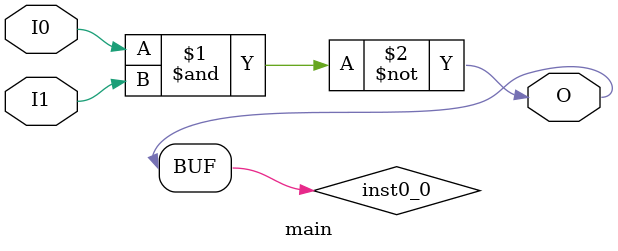
<source format=v>
module main (input  I0, input  I1, output  O);
wire  inst0_0;
nand inst0 (inst0_0, I0, I1);
assign O = inst0_0;
endmodule


</source>
